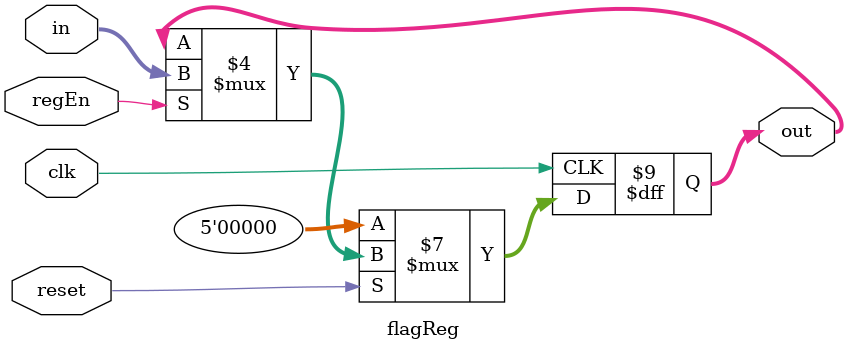
<source format=v>

`timescale 1ns / 1ps

(* preserve, keep *)
module flagReg(in, regEn, reset, clk, out);
input [4:0] in;
input regEn, reset, clk;
output reg [4:0] out;

always @ (posedge clk)
begin
	if(~reset)
		out <= 5'b00000;
	else
	begin
		if(regEn)
			out <= in;
		else
			out <= out;
	end
end

endmodule

</source>
